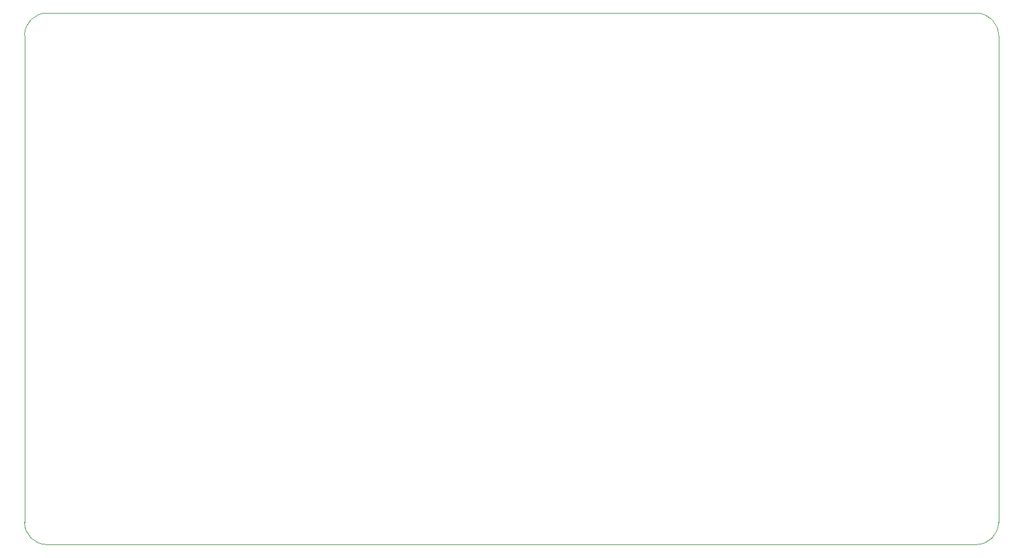
<source format=gbr>
G04 #@! TF.GenerationSoftware,KiCad,Pcbnew,(5.1.2)-1*
G04 #@! TF.CreationDate,2019-06-10T17:23:03-04:00*
G04 #@! TF.ProjectId,pev_uvw_sw,7065765f-7576-4775-9f73-772e6b696361,rev?*
G04 #@! TF.SameCoordinates,Original*
G04 #@! TF.FileFunction,Profile,NP*
%FSLAX46Y46*%
G04 Gerber Fmt 4.6, Leading zero omitted, Abs format (unit mm)*
G04 Created by KiCad (PCBNEW (5.1.2)-1) date 2019-06-10 17:23:03*
%MOMM*%
%LPD*%
G04 APERTURE LIST*
%ADD10C,0.050000*%
G04 APERTURE END LIST*
D10*
X136525000Y0D02*
G75*
G02X139700000Y-3175000I0J-3175000D01*
G01*
X139700000Y-73025000D02*
G75*
G02X136525000Y-76200000I-3175000J0D01*
G01*
X3175000Y-76200000D02*
G75*
G02X0Y-73025000I0J3175000D01*
G01*
X0Y-3175000D02*
G75*
G02X3175000Y0I3175000J0D01*
G01*
X136525000Y0D02*
X3175000Y0D01*
X139700000Y-73025000D02*
X139700000Y-3175000D01*
X3175000Y-76200000D02*
X136525000Y-76200000D01*
X0Y-3175000D02*
X0Y-73025000D01*
M02*

</source>
